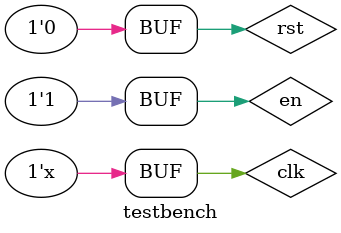
<source format=v>
`timescale 10ps / 1ps


module testbench;
//Inputs
reg rst, clk; 
wire [9:0] a_val , b_val ;
reg en;
//Outputs
wire A, B;

// Instantiate Wrapper Module
count_wrap counter (.rst(rst),.clk(clk),.a_val(a_val),.b_val(b_val),.en(en),.A(A),.B(B));


always #5 clk = ~clk;

initial begin
    clk = 0;
    rst=1;
    en=1;
    
    #10 rst =0;
        
end

endmodule

</source>
